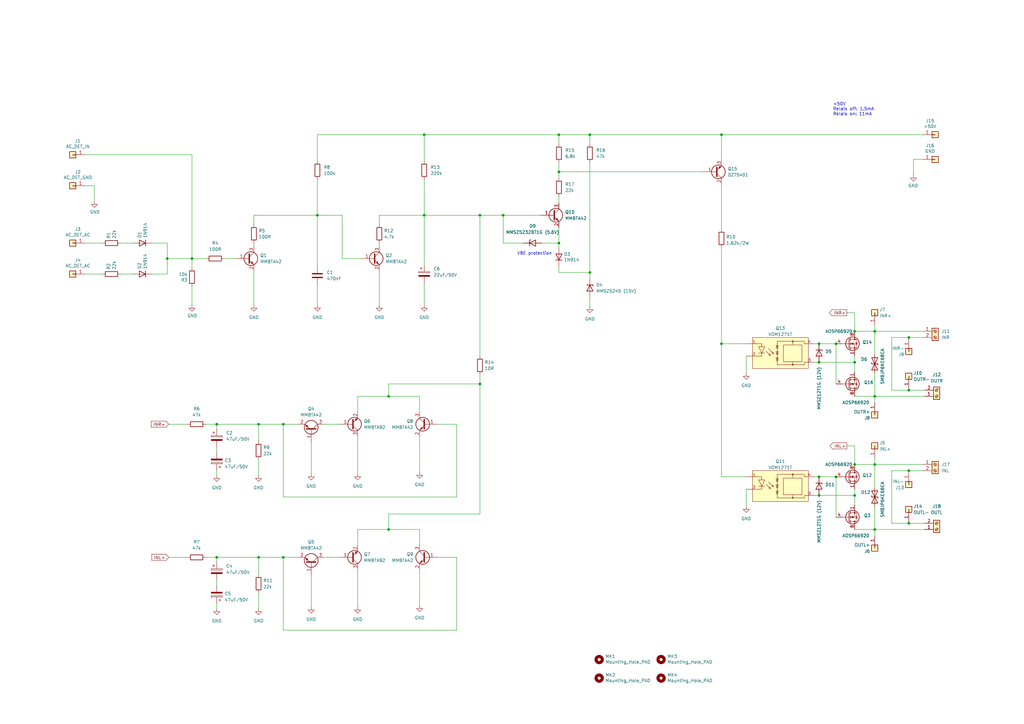
<source format=kicad_sch>
(kicad_sch (version 20230121) (generator eeschema)
  (paper "A3")
  (title_block (title "LS protection solid state relais") (date "2023-03-05") (rev "V4"))
  (lib_symbols
    (symbol "Connector:Screw_Terminal_01x02" (pin_names (offset 1.016) hide)
      (property "Reference" "J" (at 0 2.54 0))
      (property "Value" "Screw_Terminal_01x02" (at 0 -5.08 0))
      (symbol "Screw_Terminal_01x02_1_1"
        (rectangle (start -1.27 1.27) (end 1.27 -3.81) (stroke (width 0.254)) (fill (type background)))
        (circle (center 0 -2.54) (radius 0.635) (stroke (width 0.1524)))
        (polyline (pts (xy -0.5334 -2.2098) (xy 0.3302 -3.048)) (stroke (width 0.1524)))
        (polyline (pts (xy -0.5334 0.3302) (xy 0.3302 -0.508)) (stroke (width 0.1524)))
        (polyline (pts (xy -0.3556 -2.032) (xy 0.508 -2.8702)) (stroke (width 0.1524)))
        (polyline (pts (xy -0.3556 0.508) (xy 0.508 -0.3302)) (stroke (width 0.1524)))
        (circle (center 0 0) (radius 0.635) (stroke (width 0.1524)))
        (pin passive line (at -5.08 0 0) (length 3.81) (name "Pin_1") (number "1"))
        (pin passive line (at -5.08 -2.54 0) (length 3.81) (name "Pin_2") (number "2"))
      )
    )
    (symbol "Connector_Generic:Conn_01x01" (pin_names (offset 1.016) hide)
      (property "Reference" "J" (at 0 2.54 0))
      (property "Value" "Conn_01x01" (at 0 -2.54 0))
      (symbol "Conn_01x01_1_1"
        (rectangle (start -1.27 0.127) (end 0 -0.127) (stroke (width 0.1524)))
        (rectangle (start -1.27 1.27) (end 1.27 -1.27) (stroke (width 0.254)) (fill (type background)))
        (pin passive line (at -5.08 0 0) (length 3.81) (name "Pin_1") (number "1"))
      )
    )
    (symbol "Device:C" (pin_numbers hide) (pin_names (offset 0.254))
      (property "Reference" "C" (at 0.635 2.54 0))
      (property "Value" "C" (at 0.635 -2.54 0))
      (symbol "C_0_1"
        (polyline (pts (xy -2.032 -0.762) (xy 2.032 -0.762)) (stroke (width 0.508)))
        (polyline (pts (xy -2.032 0.762) (xy 2.032 0.762)) (stroke (width 0.508)))
      )
      (symbol "C_1_1"
        (pin passive line (at 0 3.81 270) (length 2.794) (name "~") (number "1"))
        (pin passive line (at 0 -3.81 90) (length 2.794) (name "~") (number "2"))
      )
    )
    (symbol "Device:C_Polarized" (pin_numbers hide) (pin_names (offset 0.254))
      (property "Reference" "C" (at 0.635 2.54 0))
      (property "Value" "C_Polarized" (at 0.635 -2.54 0))
      (symbol "C_Polarized_0_1"
        (rectangle (start -2.286 0.508) (end 2.286 1.016))
        (polyline (pts (xy -1.778 2.286) (xy -0.762 2.286)))
        (polyline (pts (xy -1.27 2.794) (xy -1.27 1.778)))
        (rectangle (start 2.286 -0.508) (end -2.286 -1.016) (fill (type outline)))
      )
      (symbol "C_Polarized_1_1"
        (pin passive line (at 0 3.81 270) (length 2.794) (name "~") (number "1"))
        (pin passive line (at 0 -3.81 90) (length 2.794) (name "~") (number "2"))
      )
    )
    (symbol "Device:D_TVS" (pin_numbers hide) (pin_names (offset 1.016) hide)
      (property "Reference" "D" (at 0 2.54 0))
      (property "Value" "D_TVS" (at 0 -2.54 0))
      (symbol "D_TVS_0_1"
        (polyline (pts (xy 1.27 0) (xy -1.27 0)))
        (polyline (pts (xy 0.508 1.27) (xy 0 1.27) (xy 0 -1.27) (xy -0.508 -1.27)) (stroke (width 0.254)))
        (polyline (pts (xy -2.54 1.27) (xy -2.54 -1.27) (xy 2.54 1.27) (xy 2.54 -1.27) (xy -2.54 1.27)) (stroke (width 0.254)))
      )
      (symbol "D_TVS_1_1"
        (pin passive line (at -3.81 0 0) (length 2.54) (name "A1") (number "1"))
        (pin passive line (at 3.81 0 180) (length 2.54) (name "A2") (number "2"))
      )
    )
    (symbol "Device:R" (pin_numbers hide) (pin_names (offset 0))
      (property "Reference" "R" (at 2.032 0 90))
      (property "Value" "R" (at 0 0 90))
      (symbol "R_0_1"
        (rectangle (start -1.016 -2.54) (end 1.016 2.54) (stroke (width 0.254)))
      )
      (symbol "R_1_1"
        (pin passive line (at 0 3.81 270) (length 1.27) (name "~") (number "1"))
        (pin passive line (at 0 -3.81 90) (length 1.27) (name "~") (number "2"))
      )
    )
    (symbol "Diode:1N4148" (pin_numbers hide) (pin_names (offset 1.016) hide)
      (property "Reference" "D" (at 0 2.54 0))
      (property "Value" "1N4148" (at 0 -2.54 0))
      (symbol "1N4148_0_1"
        (polyline (pts (xy -1.27 1.27) (xy -1.27 -1.27)) (stroke (width 0.254)))
        (polyline (pts (xy 1.27 0) (xy -1.27 0)))
        (polyline (pts (xy 1.27 1.27) (xy 1.27 -1.27) (xy -1.27 0) (xy 1.27 1.27)) (stroke (width 0.254)))
      )
      (symbol "1N4148_1_1"
        (pin passive line (at -3.81 0 0) (length 2.54) (name "K") (number "1"))
        (pin passive line (at 3.81 0 180) (length 2.54) (name "A") (number "2"))
      )
    )
    (symbol "Diode:1N47xxA" (pin_numbers hide) (pin_names (offset 1.016) hide)
      (property "Reference" "D" (at 0 2.54 0))
      (property "Value" "1N47xxA" (at 0 -2.54 0))
      (symbol "1N47xxA_0_1"
        (polyline (pts (xy 1.27 0) (xy -1.27 0)))
        (polyline (pts (xy -1.27 -1.27) (xy -1.27 1.27) (xy -0.762 1.27)) (stroke (width 0.254)))
        (polyline (pts (xy 1.27 -1.27) (xy 1.27 1.27) (xy -1.27 0) (xy 1.27 -1.27)) (stroke (width 0.254)))
      )
      (symbol "1N47xxA_1_1"
        (pin passive line (at -3.81 0 0) (length 2.54) (name "K") (number "1"))
        (pin passive line (at 3.81 0 180) (length 2.54) (name "A") (number "2"))
      )
    )
    (symbol "Mechanical:MountingHole" (pin_names (offset 1.016))
      (property "Reference" "H" (at 0 5.08 0))
      (property "Value" "MountingHole" (at 0 3.175 0))
      (symbol "MountingHole_0_1"
        (circle (center 0 0) (radius 1.27) (stroke (width 1.27)))
      )
    )
    (symbol "Transistor_BJT:MMBTA42" (pin_names (offset 0) hide)
      (property "Reference" "Q" (at 5.08 1.905 0))
      (property "Value" "MMBTA42" (at 5.08 0 0))
      (symbol "MMBTA42_0_1"
        (polyline (pts (xy 0 0) (xy 0.635 0)))
        (polyline (pts (xy 0.635 0.635) (xy 2.54 2.54)))
        (polyline (pts (xy 0.635 -0.635) (xy 2.54 -2.54) (xy 2.54 -2.54)))
        (polyline (pts (xy 0.635 1.905) (xy 0.635 -1.905) (xy 0.635 -1.905)) (stroke (width 0.508)))
        (polyline (pts (xy 1.27 -1.778) (xy 1.778 -1.27) (xy 2.286 -2.286) (xy 1.27 -1.778) (xy 1.27 -1.778)) (fill (type outline)))
        (circle (center 1.27 0) (radius 2.8194) (stroke (width 0.254)))
      )
      (symbol "MMBTA42_1_1"
        (pin input line (at -5.08 0 0) (length 5.08) (name "B") (number "1"))
        (pin passive line (at 2.54 -5.08 90) (length 2.54) (name "E") (number "2"))
        (pin passive line (at 2.54 5.08 270) (length 2.54) (name "C") (number "3"))
      )
    )
    (symbol "Transistor_BJT:MMBTA92" (pin_names (offset 0) hide)
      (property "Reference" "Q" (at 5.08 1.905 0))
      (property "Value" "MMBTA92" (at 5.08 0 0))
      (symbol "MMBTA92_0_1"
        (polyline (pts (xy 0 0) (xy 0.635 0)))
        (polyline (pts (xy 2.54 -2.54) (xy 0.635 -0.635)))
        (polyline (pts (xy 2.54 2.54) (xy 0.635 0.635)))
        (polyline (pts (xy 0.635 1.905) (xy 0.635 -1.905) (xy 0.635 -1.905)) (stroke (width 0.508)) (fill (type outline)))
        (polyline (pts (xy 1.905 -2.413) (xy 2.413 -1.905) (xy 1.397 -1.397) (xy 1.905 -2.413) (xy 1.905 -2.413)) (fill (type outline)))
        (circle (center 1.27 0) (radius 2.8194) (stroke (width 0.254)))
      )
      (symbol "MMBTA92_1_1"
        (pin input line (at -5.08 0 0) (length 5.08) (name "B") (number "1"))
        (pin passive line (at 2.54 -5.08 90) (length 2.54) (name "E") (number "2"))
        (pin passive line (at 2.54 5.08 270) (length 2.54) (name "C") (number "3"))
      )
    )
    (symbol "Transistor_FET:IRF7403" (pin_names hide)
      (property "Reference" "Q" (at 5.08 2.54 0))
      (property "Value" "IRF7403" (at 5.08 0 0))
      (symbol "IRF7403_0_1"
        (polyline (pts (xy 0.254 0) (xy -2.54 0)))
        (polyline (pts (xy 0.254 1.905) (xy 0.254 -1.905)) (stroke (width 0.254)))
        (polyline (pts (xy 0.762 -1.27) (xy 0.762 -2.286)) (stroke (width 0.254)))
        (polyline (pts (xy 0.762 0.508) (xy 0.762 -0.508)) (stroke (width 0.254)))
        (polyline (pts (xy 0.762 2.286) (xy 0.762 1.27)) (stroke (width 0.254)))
        (polyline (pts (xy 2.54 2.54) (xy 2.54 1.778)))
        (polyline (pts (xy 2.54 -2.54) (xy 2.54 0) (xy 0.762 0)))
        (polyline (pts (xy 0.762 -1.778) (xy 3.302 -1.778) (xy 3.302 1.778) (xy 0.762 1.778)))
        (polyline (pts (xy 1.016 0) (xy 2.032 0.381) (xy 2.032 -0.381) (xy 1.016 0)) (fill (type outline)))
        (polyline (pts (xy 2.794 0.508) (xy 2.921 0.381) (xy 3.683 0.381) (xy 3.81 0.254)))
        (polyline (pts (xy 3.302 0.381) (xy 2.921 -0.254) (xy 3.683 -0.254) (xy 3.302 0.381)))
        (circle (center 1.651 0) (radius 2.794) (stroke (width 0.254)))
        (circle (center 2.54 -1.778) (radius 0.254) (fill (type outline)))
        (circle (center 2.54 1.778) (radius 0.254) (fill (type outline)))
      )
      (symbol "IRF7403_1_1"
        (pin passive line (at 2.54 -5.08 90) (length 2.54) (name "S") (number "1"))
        (pin passive line (at 2.54 -5.08 90) (length 2.54) hide (name "S") (number "2"))
        (pin passive line (at 2.54 -5.08 90) (length 2.54) hide (name "S") (number "3"))
        (pin input line (at -5.08 0 0) (length 2.54) (name "G") (number "4"))
        (pin passive line (at 2.54 5.08 270) (length 2.54) hide (name "D") (number "5"))
        (pin passive line (at 2.54 5.08 270) (length 2.54) hide (name "D") (number "6"))
        (pin passive line (at 2.54 5.08 270) (length 2.54) hide (name "D") (number "7"))
        (pin passive line (at 2.54 5.08 270) (length 2.54) (name "D") (number "8"))
      )
    )
    (symbol "kicad-snk:DZT5401" (pin_names (offset 0) hide)
      (property "Reference" "Q" (at 5.08 1.905 0))
      (property "Value" "DZT5401" (at 5.08 0 0))
      (symbol "DZT5401_0_1"
        (polyline (pts (xy 0.635 0.635) (xy 2.54 2.54)))
        (polyline (pts (xy 0.635 -0.635) (xy 2.54 -2.54) (xy 2.54 -2.54)))
        (polyline (pts (xy 0.635 1.905) (xy 0.635 -1.905) (xy 0.635 -1.905)) (stroke (width 0.508)))
        (polyline (pts (xy 2.286 -1.778) (xy 1.778 -2.286) (xy 1.27 -1.27) (xy 2.286 -1.778) (xy 2.286 -1.778)) (fill (type outline)))
        (circle (center 1.27 0) (radius 2.8194) (stroke (width 0.254)))
      )
      (symbol "DZT5401_1_1"
        (pin input line (at -5.08 0 0) (length 5.715) (name "B") (number "1"))
        (pin passive line (at 2.54 5.08 270) (length 2.54) (name "C") (number "2"))
        (pin passive line (at 2.54 -5.08 90) (length 2.54) (name "E") (number "3"))
      )
    )
    (symbol "kicad-snk:VOM1271T" (pin_names (offset 1.016))
      (property "Reference" "Q" (at 0 5.08 0))
      (property "Value" "VOM1271T" (at 0 7.62 0))
      (symbol "VOM1271T_1_1"
        (polyline (pts (xy 7.62 -3.81) (xy 10.16 -3.81)))
        (polyline (pts (xy 7.62 -1.27) (xy 8.89 -3.81)))
        (polyline (pts (xy 7.62 -1.27) (xy 10.16 -1.27)))
        (polyline (pts (xy 8.89 -5.08) (xy 8.89 -3.81)))
        (polyline (pts (xy 8.89 -3.81) (xy 10.16 -1.27)))
        (polyline (pts (xy 8.89 0) (xy 8.89 -1.27)))
        (polyline (pts (xy 10.668 -3.048) (xy 12.446 -4.826)))
        (polyline (pts (xy 11.684 -2.032) (xy 13.716 -4.064)))
        (polyline (pts (xy 12.446 -4.826) (xy 11.684 -4.572)))
        (polyline (pts (xy 12.446 -4.826) (xy 12.192 -4.064)))
        (polyline (pts (xy 13.716 -4.064) (xy 12.954 -3.81)))
        (polyline (pts (xy 13.716 -4.064) (xy 13.462 -3.302)))
        (polyline (pts (xy 14.732 -6.858) (xy 15.748 -6.858)))
        (polyline (pts (xy 14.732 -5.842) (xy 15.748 -5.842)))
        (polyline (pts (xy 14.732 -4.318) (xy 15.748 -4.318)))
        (polyline (pts (xy 14.732 -3.302) (xy 15.24 -4.318)))
        (polyline (pts (xy 14.732 -3.302) (xy 15.748 -3.302)))
        (polyline (pts (xy 14.732 -1.778) (xy 15.748 -1.778)))
        (polyline (pts (xy 14.732 -0.762) (xy 15.748 -0.762)))
        (polyline (pts (xy 15.24 -8.636) (xy 15.24 1.016)))
        (polyline (pts (xy 15.24 -8.636) (xy 26.416 -8.636)))
        (polyline (pts (xy 15.24 -6.858) (xy 14.732 -5.842)))
        (polyline (pts (xy 15.24 -4.318) (xy 15.748 -3.302)))
        (polyline (pts (xy 15.24 -1.778) (xy 14.732 -0.762)))
        (polyline (pts (xy 15.24 1.016) (xy 26.416 1.016)))
        (polyline (pts (xy 15.748 -5.842) (xy 15.24 -6.858)))
        (polyline (pts (xy 15.748 -0.762) (xy 15.24 -1.778)))
        (polyline (pts (xy 21.59 -8.636) (xy 21.59 -7.62)))
        (polyline (pts (xy 21.59 1.016) (xy 21.59 -0.254)))
        (polyline (pts (xy 26.416 -8.636) (xy 26.416 -7.62)))
        (polyline (pts (xy 26.416 0) (xy 26.416 0.762)))
        (rectangle (start 5.08 2.54) (end 27.94 -10.16) (fill (type background)))
        (rectangle (start 17.78 -0.508) (end 25.4 -7.366) (fill (type background)))
        (circle (center 21.59 -8.636) (radius 0.254))
        (circle (center 21.59 1.016) (radius 0.254))
        (pin passive line (at 2.54 0 0) (length 6.35) (name "ANODE") (number "1"))
        (pin passive line (at 2.54 -5.08 0) (length 6.35) (name "CATHODE") (number "2"))
        (pin passive line (at 30.48 -7.62 180) (length 4.064) (name "3") (number "3"))
        (pin passive line (at 30.48 0 180) (length 4.064) (name "4") (number "4"))
      )
    )
    (symbol "power:GND" (power) (pin_names (offset 0))
      (property "Value" "GND" (at 0 -3.81 0))
      (symbol "GND_0_1"
        (polyline (pts (xy 0 0) (xy 0 -1.27) (xy 1.27 -1.27) (xy 0 -2.54) (xy -1.27 -1.27) (xy 0 -1.27)))
      )
      (symbol "GND_1_1"
        (pin power_in line (at 0 0 270) (length 0) hide (name "GND") (number "1"))
      )
    )
  )
  (junction (at 335.915 195.58))
  (junction (at 68.58 106.045))
  (junction (at 173.99 88.265))
  (junction (at 295.91 55.245))
  (junction (at 88.9 228.6))
  (junction (at 130.175 88.265))
  (junction (at 196.85 88.265))
  (junction (at 342.9 195.58))
  (junction (at 241.935 111.76))
  (junction (at 342.9 140.97))
  (junction (at 106.045 173.99))
  (junction (at 116.205 228.6))
  (junction (at 335.915 203.2))
  (junction (at 106.045 228.6))
  (junction (at 350.52 135.89))
  (junction (at 335.915 148.59))
  (junction (at 206.375 88.265))
  (junction (at 78.74 106.045))
  (junction (at 358.775 217.17))
  (junction (at 350.52 190.5))
  (junction (at 358.775 190.5))
  (junction (at 196.85 157.48))
  (junction (at 372.745 214.63))
  (junction (at 159.385 162.56))
  (junction (at 229.235 70.485))
  (junction (at 372.745 160.02))
  (junction (at 116.205 173.99))
  (junction (at 229.235 55.245))
  (junction (at 295.91 140.97))
  (junction (at 358.775 135.89))
  (junction (at 350.52 148.59))
  (junction (at 229.235 99.695))
  (junction (at 159.385 217.17))
  (junction (at 241.935 55.245))
  (junction (at 88.9 173.99))
  (junction (at 335.915 140.97))
  (junction (at 372.745 193.04))
  (junction (at 350.52 203.2))
  (junction (at 173.99 55.245))
  (junction (at 358.775 162.56))
  (junction (at 372.745 138.43))
  (wire (pts (xy 342.9 140.97) (xy 342.9 157.48)))
  (wire (pts (xy 116.205 203.835) (xy 187.325 203.835)))
  (wire (pts (xy 295.91 55.245) (xy 295.91 65.405)))
  (wire (pts (xy 196.85 210.82) (xy 196.85 157.48)))
  (wire (pts (xy 335.915 148.59) (xy 350.52 148.59)))
  (wire (pts (xy 295.91 55.245) (xy 378.46 55.245)))
  (wire (pts (xy 104.14 111.125) (xy 104.14 125.095)))
  (wire (pts (xy 229.235 70.485) (xy 288.29 70.485)))
  (wire (pts (xy 104.14 99.695) (xy 104.14 100.965)))
  (wire (pts (xy 132.715 228.6) (xy 139.065 228.6)))
  (wire (pts (xy 334.01 195.58) (xy 335.915 195.58)))
  (wire (pts (xy 92.075 106.045) (xy 96.52 106.045)))
  (wire (pts (xy 173.99 116.205) (xy 173.99 125.095)))
  (wire (pts (xy 88.9 228.6) (xy 88.9 230.505)))
  (wire (pts (xy 372.745 193.04) (xy 372.745 193.675)))
  (wire (pts (xy 358.775 217.17) (xy 379.095 217.17)))
  (wire (pts (xy 187.325 258.445) (xy 187.325 228.6)))
  (wire (pts (xy 159.385 157.48) (xy 159.385 162.56)))
  (wire (pts (xy 350.52 135.89) (xy 358.775 135.89)))
  (wire (pts (xy 372.745 159.385) (xy 372.745 160.02)))
  (wire (pts (xy 78.74 117.475) (xy 78.74 125.095)))
  (wire (pts (xy 358.775 145.415) (xy 358.775 135.89)))
  (wire (pts (xy 106.045 243.205) (xy 106.045 249.555)))
  (wire (pts (xy 196.85 157.48) (xy 159.385 157.48)))
  (wire (pts (xy 374.65 65.405) (xy 378.46 65.405)))
  (wire (pts (xy 229.235 93.345) (xy 229.235 99.695)))
  (wire (pts (xy 140.335 106.045) (xy 147.955 106.045)))
  (wire (pts (xy 335.915 140.97) (xy 342.9 140.97)))
  (wire (pts (xy 229.235 111.76) (xy 241.935 111.76)))
  (wire (pts (xy 127.635 181.61) (xy 127.635 194.31)))
  (wire (pts (xy 172.085 217.17) (xy 172.085 223.52)))
  (wire (pts (xy 88.9 173.99) (xy 106.045 173.99)))
  (wire (pts (xy 88.9 183.515) (xy 88.9 185.42)))
  (wire (pts (xy 140.335 88.265) (xy 140.335 106.045)))
  (wire (pts (xy 295.91 140.97) (xy 295.91 195.58)))
  (wire (pts (xy 38.735 76.2) (xy 34.925 76.2)))
  (wire (pts (xy 78.74 63.5) (xy 34.925 63.5)))
  (wire (pts (xy 173.99 88.265) (xy 155.575 88.265)))
  (wire (pts (xy 62.23 112.395) (xy 68.58 112.395)))
  (wire (pts (xy 241.935 121.92) (xy 241.935 125.73)))
  (wire (pts (xy 365.76 193.04) (xy 365.76 214.63)))
  (wire (pts (xy 334.01 203.2) (xy 335.915 203.2)))
  (wire (pts (xy 378.46 193.04) (xy 372.745 193.04)))
  (wire (pts (xy 378.46 138.43) (xy 372.745 138.43)))
  (wire (pts (xy 306.07 146.05) (xy 306.07 153.035)))
  (wire (pts (xy 116.205 228.6) (xy 116.205 258.445)))
  (wire (pts (xy 78.74 106.045) (xy 84.455 106.045)))
  (wire (pts (xy 49.53 99.695) (xy 54.61 99.695)))
  (wire (pts (xy 206.375 88.265) (xy 221.615 88.265)))
  (wire (pts (xy 347.345 182.88) (xy 350.52 182.88)))
  (wire (pts (xy 106.045 188.595) (xy 106.045 194.945)))
  (wire (pts (xy 358.775 190.5) (xy 378.46 190.5)))
  (wire (pts (xy 127.635 236.22) (xy 127.635 248.92)))
  (wire (pts (xy 350.52 200.66) (xy 350.52 203.2)))
  (wire (pts (xy 295.91 195.58) (xy 306.07 195.58)))
  (wire (pts (xy 241.935 111.76) (xy 241.935 114.3)))
  (wire (pts (xy 229.235 109.22) (xy 229.235 111.76)))
  (wire (pts (xy 295.91 101.6) (xy 295.91 140.97)))
  (wire (pts (xy 372.745 160.02) (xy 379.095 160.02)))
  (wire (pts (xy 155.575 88.265) (xy 155.575 92.075)))
  (wire (pts (xy 34.925 99.695) (xy 41.91 99.695)))
  (wire (pts (xy 173.99 55.245) (xy 130.175 55.245)))
  (wire (pts (xy 34.925 112.395) (xy 41.91 112.395)))
  (wire (pts (xy 68.58 106.045) (xy 68.58 112.395)))
  (wire (pts (xy 229.235 66.675) (xy 229.235 70.485)))
  (wire (pts (xy 49.53 112.395) (xy 54.61 112.395)))
  (wire (pts (xy 155.575 99.695) (xy 155.575 100.965)))
  (wire (pts (xy 106.045 228.6) (xy 116.205 228.6)))
  (wire (pts (xy 116.205 258.445) (xy 187.325 258.445)))
  (wire (pts (xy 173.99 73.66) (xy 173.99 88.265)))
  (wire (pts (xy 104.14 88.265) (xy 104.14 92.075)))
  (wire (pts (xy 196.85 88.265) (xy 196.85 146.05)))
  (wire (pts (xy 130.175 88.265) (xy 140.335 88.265)))
  (wire (pts (xy 295.91 140.97) (xy 306.07 140.97)))
  (wire (pts (xy 334.01 140.97) (xy 335.915 140.97)))
  (wire (pts (xy 350.52 217.17) (xy 358.775 217.17)))
  (wire (pts (xy 159.385 217.17) (xy 159.385 210.82)))
  (wire (pts (xy 106.045 173.99) (xy 106.045 180.975)))
  (wire (pts (xy 106.045 173.99) (xy 116.205 173.99)))
  (wire (pts (xy 116.205 173.99) (xy 122.555 173.99)))
  (wire (pts (xy 104.14 88.265) (xy 130.175 88.265)))
  (wire (pts (xy 358.775 207.645) (xy 358.775 217.17)))
  (wire (pts (xy 78.74 106.045) (xy 78.74 109.855)))
  (wire (pts (xy 187.325 228.6) (xy 179.705 228.6)))
  (wire (pts (xy 130.175 73.66) (xy 130.175 88.265)))
  (wire (pts (xy 358.775 187.96) (xy 358.775 190.5)))
  (wire (pts (xy 358.775 217.17) (xy 358.775 219.71)))
  (wire (pts (xy 241.935 55.245) (xy 241.935 59.055)))
  (wire (pts (xy 146.685 179.07) (xy 146.685 194.31)))
  (wire (pts (xy 347.345 128.27) (xy 350.52 128.27)))
  (wire (pts (xy 173.99 55.245) (xy 229.235 55.245)))
  (wire (pts (xy 106.045 228.6) (xy 106.045 235.585)))
  (wire (pts (xy 350.52 182.88) (xy 350.52 190.5)))
  (wire (pts (xy 334.01 148.59) (xy 335.915 148.59)))
  (wire (pts (xy 342.9 195.58) (xy 342.9 212.09)))
  (wire (pts (xy 173.99 55.245) (xy 173.99 66.04)))
  (wire (pts (xy 130.175 55.245) (xy 130.175 66.04)))
  (wire (pts (xy 130.175 88.265) (xy 130.175 109.22)))
  (wire (pts (xy 172.085 179.07) (xy 172.085 193.675)))
  (wire (pts (xy 68.58 99.695) (xy 62.23 99.695)))
  (wire (pts (xy 350.52 148.59) (xy 350.52 152.4)))
  (wire (pts (xy 358.775 153.035) (xy 358.775 162.56)))
  (wire (pts (xy 222.25 99.695) (xy 229.235 99.695)))
  (wire (pts (xy 173.99 88.265) (xy 196.85 88.265)))
  (wire (pts (xy 159.385 162.56) (xy 172.085 162.56)))
  (wire (pts (xy 88.9 173.99) (xy 88.9 175.895)))
  (wire (pts (xy 68.58 106.045) (xy 78.74 106.045)))
  (wire (pts (xy 350.52 146.05) (xy 350.52 148.59)))
  (wire (pts (xy 88.9 228.6) (xy 106.045 228.6)))
  (wire (pts (xy 229.235 99.695) (xy 229.235 101.6)))
  (wire (pts (xy 229.235 55.245) (xy 229.235 59.055)))
  (wire (pts (xy 350.52 128.27) (xy 350.52 135.89)))
  (wire (pts (xy 38.735 82.55) (xy 38.735 76.2)))
  (wire (pts (xy 187.325 203.835) (xy 187.325 173.99)))
  (wire (pts (xy 116.205 173.99) (xy 116.205 203.835)))
  (wire (pts (xy 229.235 70.485) (xy 229.235 73.025)))
  (wire (pts (xy 146.685 162.56) (xy 159.385 162.56)))
  (wire (pts (xy 88.9 193.04) (xy 88.9 194.945)))
  (wire (pts (xy 241.935 66.675) (xy 241.935 111.76)))
  (wire (pts (xy 88.9 238.125) (xy 88.9 240.03)))
  (wire (pts (xy 372.745 193.04) (xy 365.76 193.04)))
  (wire (pts (xy 372.745 213.995) (xy 372.745 214.63)))
  (wire (pts (xy 172.085 233.68) (xy 172.085 248.285)))
  (wire (pts (xy 146.685 217.17) (xy 159.385 217.17)))
  (wire (pts (xy 88.9 247.65) (xy 88.9 249.555)))
  (wire (pts (xy 365.76 160.02) (xy 372.745 160.02)))
  (wire (pts (xy 335.915 195.58) (xy 342.9 195.58)))
  (wire (pts (xy 196.85 153.67) (xy 196.85 157.48)))
  (wire (pts (xy 187.325 173.99) (xy 179.705 173.99)))
  (wire (pts (xy 335.915 203.2) (xy 350.52 203.2)))
  (wire (pts (xy 132.715 173.99) (xy 139.065 173.99)))
  (wire (pts (xy 350.52 162.56) (xy 358.775 162.56)))
  (wire (pts (xy 68.58 106.045) (xy 68.58 99.695)))
  (wire (pts (xy 69.215 173.99) (xy 76.835 173.99)))
  (wire (pts (xy 358.775 133.35) (xy 358.775 135.89)))
  (wire (pts (xy 372.745 214.63) (xy 379.095 214.63)))
  (wire (pts (xy 146.685 223.52) (xy 146.685 217.17)))
  (wire (pts (xy 206.375 99.695) (xy 206.375 88.265)))
  (wire (pts (xy 172.085 162.56) (xy 172.085 168.91)))
  (wire (pts (xy 358.775 200.025) (xy 358.775 190.5)))
  (wire (pts (xy 78.74 106.045) (xy 78.74 63.5)))
  (wire (pts (xy 196.85 88.265) (xy 206.375 88.265)))
  (wire (pts (xy 159.385 217.17) (xy 172.085 217.17)))
  (wire (pts (xy 84.455 228.6) (xy 88.9 228.6)))
  (wire (pts (xy 173.99 88.265) (xy 173.99 108.585)))
  (wire (pts (xy 358.775 135.89) (xy 378.46 135.89)))
  (wire (pts (xy 146.685 168.91) (xy 146.685 162.56)))
  (wire (pts (xy 229.235 80.645) (xy 229.235 83.185)))
  (wire (pts (xy 69.215 228.6) (xy 76.835 228.6)))
  (wire (pts (xy 84.455 173.99) (xy 88.9 173.99)))
  (wire (pts (xy 372.745 138.43) (xy 365.76 138.43)))
  (wire (pts (xy 358.775 162.56) (xy 358.775 165.1)))
  (wire (pts (xy 155.575 111.125) (xy 155.575 125.095)))
  (wire (pts (xy 365.76 138.43) (xy 365.76 160.02)))
  (wire (pts (xy 365.76 214.63) (xy 372.745 214.63)))
  (wire (pts (xy 130.175 116.84) (xy 130.175 125.095)))
  (wire (pts (xy 159.385 210.82) (xy 196.85 210.82)))
  (wire (pts (xy 146.685 233.68) (xy 146.685 248.92)))
  (wire (pts (xy 241.935 55.245) (xy 295.91 55.245)))
  (wire (pts (xy 372.745 138.43) (xy 372.745 139.065)))
  (wire (pts (xy 350.52 203.2) (xy 350.52 207.01)))
  (wire (pts (xy 295.91 75.565) (xy 295.91 93.98)))
  (wire (pts (xy 374.65 71.755) (xy 374.65 65.405)))
  (wire (pts (xy 214.63 99.695) (xy 206.375 99.695)))
  (wire (pts (xy 229.235 55.245) (xy 241.935 55.245)))
  (wire (pts (xy 350.52 190.5) (xy 358.775 190.5)))
  (wire (pts (xy 306.07 200.66) (xy 306.07 207.645)))
  (wire (pts (xy 116.205 228.6) (xy 122.555 228.6)))
  (wire (pts (xy 358.775 162.56) (xy 379.095 162.56)))
  (text "+50V\nRelais off: 1.5mA\nRelais on: 11mA" (at 341.63 47.625 0) (effects (font (size 1.27 1.27)) (justify left bottom)))
  (text "VBE protection" (at 212.09 104.775 0) (effects (font (size 1.27 1.27)) (justify left bottom)))
  (global_label "INL+" (shape output) (at 347.345 182.88 180) (property "Intersheetrefs" "${INTERSHEET_REFS}" (effects hide)))
  (global_label "INL+" (shape input) (at 69.215 228.6 180) (property "Intersheetrefs" "${INTERSHEET_REFS}" (effects hide)))
  (global_label "INR+" (shape output) (at 347.345 128.27 180) (property "Intersheetrefs" "${INTERSHEET_REFS}" (effects hide)))
  (global_label "INR+" (shape input) (at 69.215 173.99 180) (property "Intersheetrefs" "${INTERSHEET_REFS}" (effects hide)))
  (symbol (lib_id "power:GND") (at 374.65 71.755 0) (mirror y) (unit 1)
    (property "Reference" "#PWR0101" (effects hide))
    (property "Value" "GND" (at 374.523 76.1492 0))
  )
  (symbol (lib_id "Diode:1N47xxA") (at 335.915 144.78 270) (unit 1)
    (property "Reference" "D5" (at 338.455 144.145 90) (effects (justify left)))
    (property "Value" "MMSZ12T1G (12V)" (at 335.915 150.495 0) (effects (justify left)))
    (property "Footprint" "Diode_SMD:D_SOD-123" (effects hide))
  )
  (symbol (lib_id "power:GND") (at 306.07 207.645 0) (unit 1)
    (property "Reference" "#PWR0102" (effects hide))
    (property "Value" "GND" (at 306.07 212.725 0))
  )
  (symbol (lib_id "power:GND") (at 146.685 248.92 0) (unit 1)
    (property "Reference" "#PWR0110" (effects hide))
    (property "Value" "GND" (at 146.685 254 0))
  )
  (symbol (lib_id "Connector_Generic:Conn_01x01") (at 358.775 128.27 90) (unit 1)
    (property "Reference" "J7" (at 360.68 127 90) (effects (justify right)))
    (property "Value" "INR+" (at 360.68 129.54 90) (effects (justify right)))
    (property "Footprint" "kicad-snk:TE-726386-2_Pitch5.08mm_Drill1.3mm" (effects hide))
  )
  (symbol (lib_id "Device:R") (at 104.14 95.885 0) (unit 1)
    (property "Reference" "R5" (at 106.045 94.6149 0) (effects (justify left)))
    (property "Value" "100R" (at 106.045 97.1549 0) (effects (justify left)))
    (property "Footprint" "Resistor_SMD:R_0805_2012Metric_Pad1.20x1.40mm_HandSolder" (effects hide))
  )
  (symbol (lib_id "Transistor_FET:IRF7403") (at 347.98 195.58 0) (unit 1)
    (property "Reference" "Q12" (at 353.695 194.945 0) (effects (justify left)))
    (property "Value" "AOSP66920" (at 338.455 190.5 0) (effects (justify left)))
    (property "Footprint" "Package_SO:SOIC-8_3.9x4.9mm_P1.27mm" (effects hide))
    (property "Datasheet" "https://www.infineon.com/dgdl/irf7403pbf.pdf?fileId=5546d462533600a4015355fa23541b9c" (effects hide))
  )
  (symbol (lib_id "Transistor_BJT:MMBTA42") (at 174.625 228.6 0) (mirror y) (unit 1)
    (property "Reference" "Q9" (at 169.545 227.3299 0) (effects (justify left)))
    (property "Value" "MMBTA42" (at 169.545 229.8699 0) (effects (justify left)))
    (property "Footprint" "Package_TO_SOT_SMD:SOT-23" (effects hide))
    (property "Datasheet" "https://www.onsemi.com/pub/Collateral/MMBTA42LT1-D.PDF" (effects hide))
  )
  (symbol (lib_id "Transistor_BJT:MMBTA42") (at 101.6 106.045 0) (unit 1)
    (property "Reference" "Q1" (at 106.68 104.7749 0) (effects (justify left)))
    (property "Value" "MMBTA42" (at 106.68 107.3149 0) (effects (justify left)))
    (property "Footprint" "Package_TO_SOT_SMD:SOT-23" (effects hide))
    (property "Datasheet" "https://www.onsemi.com/pub/Collateral/MMBTA42LT1-D.PDF" (effects hide))
  )
  (symbol (lib_id "Transistor_BJT:MMBTA42") (at 153.035 106.045 0) (unit 1)
    (property "Reference" "Q2" (at 158.115 104.7749 0) (effects (justify left)))
    (property "Value" "MMBTA42" (at 158.115 107.3149 0) (effects (justify left)))
    (property "Footprint" "Package_TO_SOT_SMD:SOT-23" (effects hide))
    (property "Datasheet" "https://www.onsemi.com/pub/Collateral/MMBTA42LT1-D.PDF" (effects hide))
  )
  (symbol (lib_id "Connector_Generic:Conn_01x01") (at 358.775 170.18 270) (unit 1)
    (property "Reference" "J8" (at 356.87 171.45 90) (effects (justify right)))
    (property "Value" "OUTR+" (at 356.87 168.91 90) (effects (justify right)))
    (property "Footprint" "kicad-snk:TE-726386-2_Pitch5.08mm_Drill1.3mm" (effects hide))
  )
  (symbol (lib_id "Mechanical:MountingHole") (at 271.145 278.13 0) (unit 1)
    (property "Reference" "MK4" (at 273.685 276.8346 0) (effects (justify left)))
    (property "Value" "Mounting_Hole_PAD" (at 273.685 279.146 0) (effects (justify left)))
    (property "Footprint" "MountingHole:MountingHole_3.2mm_M3_Pad_Via" (effects hide))
  )
  (symbol (lib_id "Mechanical:MountingHole") (at 245.745 278.13 0) (unit 1)
    (property "Reference" "MK2" (at 248.285 276.8346 0) (effects (justify left)))
    (property "Value" "Mounting_Hole_PAD" (at 248.285 279.146 0) (effects (justify left)))
    (property "Footprint" "MountingHole:MountingHole_3.2mm_M3_Pad_Via" (effects hide))
  )
  (symbol (lib_id "Connector:Screw_Terminal_01x02") (at 383.54 135.89 0) (unit 1)
    (property "Reference" "J11" (at 386.08 135.8899 0) (effects (justify left)))
    (property "Value" "INR" (at 386.08 138.4299 0) (effects (justify left)))
    (property "Footprint" "TerminalBlock_RND:TerminalBlock_RND_205-00012_1x02_P5.00mm_Horizontal" (effects hide))
  )
  (symbol (lib_id "Diode:1N4148") (at 229.235 105.41 90) (unit 1)
    (property "Reference" "D3" (at 231.267 104.2416 90) (effects (justify right)))
    (property "Value" "1N914" (at 231.267 106.553 90) (effects (justify right)))
    (property "Footprint" "Diode_SMD:D_SOD-123" (effects hide))
    (property "Datasheet" "https://assets.nexperia.com/documents/data-sheet/1N4148_1N4448.pdf" (effects hide))
  )
  (symbol (lib_id "Connector_Generic:Conn_01x01") (at 29.845 63.5 180) (unit 1)
    (property "Reference" "J1" (at 31.9278 57.785 0))
    (property "Value" "AC_DET_IN" (at 31.9278 60.0964 0))
    (property "Footprint" "Connector_Pin:Pin_D1.0mm_L10.0mm" (effects hide))
  )
  (symbol (lib_id "Device:R") (at 45.72 112.395 90) (unit 1)
    (property "Reference" "R2" (at 44.5516 110.617 0) (effects (justify left)))
    (property "Value" "22k" (at 46.863 110.617 0) (effects (justify left)))
    (property "Footprint" "Resistor_SMD:R_0805_2012Metric_Pad1.20x1.40mm_HandSolder" (effects hide))
  )
  (symbol (lib_id "Device:C_Polarized") (at 88.9 189.23 180) (unit 1)
    (property "Reference" "C3" (at 92.075 188.8489 0) (effects (justify right)))
    (property "Value" "47uF/50V" (at 92.075 191.3889 0) (effects (justify right)))
    (property "Footprint" "Capacitor_THT:CP_Radial_D6.3mm_P2.50mm" (effects hide))
  )
  (symbol (lib_id "Connector_Generic:Conn_01x01") (at 29.845 112.395 180) (unit 1)
    (property "Reference" "J4" (at 31.9278 106.68 0))
    (property "Value" "AC_DET_AC" (at 31.9278 108.9914 0))
    (property "Footprint" "Connector_Pin:Pin_D1.0mm_L10.0mm" (effects hide))
  )
  (symbol (lib_id "Transistor_FET:IRF7403") (at 347.98 157.48 0) (mirror x) (unit 1)
    (property "Reference" "Q16" (at 354.33 156.845 0) (effects (justify left)))
    (property "Value" "AOSP66920" (at 345.44 165.1 0) (effects (justify left)))
    (property "Footprint" "Package_SO:SOIC-8_3.9x4.9mm_P1.27mm" (effects hide))
    (property "Datasheet" "https://www.infineon.com/dgdl/irf7403pbf.pdf?fileId=5546d462533600a4015355fa23541b9c" (effects hide))
  )
  (symbol (lib_id "power:GND") (at 38.735 82.55 0) (unit 1)
    (property "Reference" "#PWR0119" (effects hide))
    (property "Value" "GND" (at 38.862 86.9442 0))
  )
  (symbol (lib_id "Connector_Generic:Conn_01x01") (at 358.775 182.88 90) (unit 1)
    (property "Reference" "J5" (at 360.68 181.61 90) (effects (justify right)))
    (property "Value" "INL+" (at 360.68 184.15 90) (effects (justify right)))
    (property "Footprint" "kicad-snk:TE-726386-2_Pitch5.08mm_Drill1.3mm" (effects hide))
  )
  (symbol (lib_id "Device:R") (at 173.99 69.85 0) (unit 1)
    (property "Reference" "R13" (at 176.53 68.5799 0) (effects (justify left)))
    (property "Value" "220k" (at 176.53 71.1199 0) (effects (justify left)))
    (property "Footprint" "Resistor_SMD:R_0805_2012Metric_Pad1.20x1.40mm_HandSolder" (effects hide))
  )
  (symbol (lib_id "power:GND") (at 127.635 248.92 0) (unit 1)
    (property "Reference" "#PWR0107" (effects hide))
    (property "Value" "GND" (at 127.635 254 0))
  )
  (symbol (lib_id "power:GND") (at 88.9 249.555 0) (unit 1)
    (property "Reference" "#PWR0108" (effects hide))
    (property "Value" "GND" (at 88.9 254.635 0))
  )
  (symbol (lib_id "kicad-snk:DZT5401") (at 293.37 70.485 0) (mirror x) (unit 1)
    (property "Reference" "Q15" (at 298.45 69.2149 0) (effects (justify left)))
    (property "Value" "DZT5401" (at 298.45 71.7549 0) (effects (justify left)))
    (property "Footprint" "Package_TO_SOT_SMD:SOT-223-3_TabPin2" (effects hide))
    (property "Datasheet" "https://www.diodes.com/assets/Datasheets/DZT5401.pdf" (effects hide))
  )
  (symbol (lib_id "Mechanical:MountingHole") (at 271.145 270.51 0) (unit 1)
    (property "Reference" "MK3" (at 273.685 269.2146 0) (effects (justify left)))
    (property "Value" "Mounting_Hole_PAD" (at 273.685 271.526 0) (effects (justify left)))
    (property "Footprint" "MountingHole:MountingHole_3.2mm_M3_Pad_Via" (effects hide))
  )
  (symbol (lib_id "Connector_Generic:Conn_01x01") (at 383.54 65.405 0) (mirror x) (unit 1)
    (property "Reference" "J16" (at 381.4572 59.69 0))
    (property "Value" "GND" (at 381.4572 62.0014 0))
    (property "Footprint" "Connector_Pin:Pin_D1.0mm_L10.0mm" (effects hide))
  )
  (symbol (lib_id "Device:C_Polarized") (at 88.9 234.315 0) (unit 1)
    (property "Reference" "C4" (at 92.71 232.1559 0) (effects (justify left)))
    (property "Value" "47uF/50V" (at 92.71 234.6959 0) (effects (justify left)))
    (property "Footprint" "Capacitor_THT:CP_Radial_D6.3mm_P2.50mm" (effects hide))
  )
  (symbol (lib_id "Transistor_BJT:MMBTA92") (at 144.145 228.6 0) (mirror x) (unit 1)
    (property "Reference" "Q7" (at 149.225 227.3299 0) (effects (justify left)))
    (property "Value" "MMBTA92" (at 149.225 229.8699 0) (effects (justify left)))
    (property "Footprint" "Package_TO_SOT_SMD:SOT-23" (effects hide))
    (property "Datasheet" "https://www.onsemi.com/pub/Collateral/MMBTA92LT1-D.PDF" (effects hide))
  )
  (symbol (lib_id "Device:C") (at 130.175 113.03 0) (unit 1)
    (property "Reference" "C1" (at 133.985 111.7599 0) (effects (justify left)))
    (property "Value" "470nF" (at 133.985 114.2999 0) (effects (justify left)))
    (property "Footprint" "Capacitor_SMD:C_1206_3216Metric_Pad1.33x1.80mm_HandSolder" (effects hide))
  )
  (symbol (lib_id "Device:C_Polarized") (at 88.9 179.705 0) (unit 1)
    (property "Reference" "C2" (at 92.71 177.5459 0) (effects (justify left)))
    (property "Value" "47uF/50V" (at 92.71 180.0859 0) (effects (justify left)))
    (property "Footprint" "Capacitor_THT:CP_Radial_D6.3mm_P2.50mm" (effects hide))
  )
  (symbol (lib_id "power:GND") (at 306.07 153.035 0) (unit 1)
    (property "Reference" "#PWR01" (effects hide))
    (property "Value" "GND" (at 306.07 158.115 0))
  )
  (symbol (lib_id "Diode:1N4148") (at 58.42 112.395 180) (unit 1)
    (property "Reference" "D2" (at 57.2516 110.363 90) (effects (justify right)))
    (property "Value" "1N914" (at 59.563 110.363 90) (effects (justify right)))
    (property "Footprint" "Diode_SMD:D_SOD-123" (effects hide))
    (property "Datasheet" "https://assets.nexperia.com/documents/data-sheet/1N4148_1N4448.pdf" (effects hide))
  )
  (symbol (lib_id "Diode:1N4148") (at 58.42 99.695 180) (unit 1)
    (property "Reference" "D1" (at 57.2516 97.663 90) (effects (justify right)))
    (property "Value" "1N914" (at 59.563 97.663 90) (effects (justify right)))
    (property "Footprint" "Diode_SMD:D_SOD-123" (effects hide))
    (property "Datasheet" "https://assets.nexperia.com/documents/data-sheet/1N4148_1N4448.pdf" (effects hide))
  )
  (symbol (lib_id "Device:R") (at 78.74 113.665 180) (unit 1)
    (property "Reference" "R3" (at 76.962 114.8334 0) (effects (justify left)))
    (property "Value" "10k" (at 76.962 112.522 0) (effects (justify left)))
    (property "Footprint" "Resistor_SMD:R_0805_2012Metric_Pad1.20x1.40mm_HandSolder" (effects hide))
  )
  (symbol (lib_id "Transistor_FET:IRF7403") (at 347.98 212.09 0) (mirror x) (unit 1)
    (property "Reference" "Q3" (at 354.33 211.455 0) (effects (justify left)))
    (property "Value" "AOSP66920" (at 345.44 219.71 0) (effects (justify left)))
    (property "Footprint" "Package_SO:SOIC-8_3.9x4.9mm_P1.27mm" (effects hide))
    (property "Datasheet" "https://www.infineon.com/dgdl/irf7403pbf.pdf?fileId=5546d462533600a4015355fa23541b9c" (effects hide))
  )
  (symbol (lib_id "Device:R") (at 80.645 228.6 90) (unit 1)
    (property "Reference" "R7" (at 80.645 222.25 90))
    (property "Value" "47k" (at 80.645 224.79 90))
    (property "Footprint" "Resistor_SMD:R_0805_2012Metric_Pad1.20x1.40mm_HandSolder" (effects hide))
  )
  (symbol (lib_id "Device:R") (at 106.045 239.395 180) (unit 1)
    (property "Reference" "R11" (at 107.95 238.1249 0) (effects (justify right)))
    (property "Value" "22k" (at 107.95 240.6649 0) (effects (justify right)))
    (property "Footprint" "Resistor_SMD:R_0805_2012Metric_Pad1.20x1.40mm_HandSolder" (effects hide))
  )
  (symbol (lib_id "Device:D_TVS") (at 358.775 149.225 90) (unit 1)
    (property "Reference" "D6" (at 353.06 147.32 90) (effects (justify right)))
    (property "Value" "SMBJP6KE68CA" (at 361.95 142.875 0) (effects (justify right)))
    (property "Footprint" "Diode_SMD:D_SMB_Handsoldering" (effects hide))
  )
  (symbol (lib_id "Connector_Generic:Conn_01x01") (at 372.745 144.145 270) (unit 1)
    (property "Reference" "J9" (at 370.84 145.415 90) (effects (justify right)))
    (property "Value" "INR-" (at 370.84 142.875 90) (effects (justify right)))
    (property "Footprint" "kicad-snk:TE-726386-2_Pitch5.08mm_Drill1.3mm" (effects hide))
  )
  (symbol (lib_id "Device:R") (at 196.85 149.86 180) (unit 1)
    (property "Reference" "R14" (at 198.755 148.5899 0) (effects (justify right)))
    (property "Value" "10R" (at 198.755 151.1299 0) (effects (justify right)))
    (property "Footprint" "Resistor_SMD:R_0805_2012Metric_Pad1.20x1.40mm_HandSolder" (effects hide))
  )
  (symbol (lib_id "Connector_Generic:Conn_01x01") (at 29.845 76.2 180) (unit 1)
    (property "Reference" "J2" (at 31.9278 70.485 0))
    (property "Value" "AC_DET_GND" (at 31.9278 72.7964 0))
    (property "Footprint" "Connector_Pin:Pin_D1.0mm_L10.0mm" (effects hide))
  )
  (symbol (lib_id "Device:R") (at 229.235 76.835 0) (unit 1)
    (property "Reference" "R17" (at 231.775 75.5649 0) (effects (justify left)))
    (property "Value" "22k" (at 231.775 78.1049 0) (effects (justify left)))
    (property "Footprint" "Resistor_SMD:R_0805_2012Metric_Pad1.20x1.40mm_HandSolder" (effects hide))
  )
  (symbol (lib_id "Device:R") (at 229.235 62.865 0) (unit 1)
    (property "Reference" "R15" (at 231.775 61.5949 0) (effects (justify left)))
    (property "Value" "6.8k" (at 231.775 64.1349 0) (effects (justify left)))
    (property "Footprint" "Resistor_SMD:R_0805_2012Metric_Pad1.20x1.40mm_HandSolder" (effects hide))
  )
  (symbol (lib_id "Diode:1N47xxA") (at 335.915 199.39 270) (unit 1)
    (property "Reference" "D11" (at 338.455 198.755 90) (effects (justify left)))
    (property "Value" "MMSZ12T1G (12V)" (at 335.915 205.105 0) (effects (justify left)))
    (property "Footprint" "Diode_SMD:D_SOD-123" (effects hide))
  )
  (symbol (lib_id "Connector:Screw_Terminal_01x02") (at 383.54 190.5 0) (unit 1)
    (property "Reference" "J17" (at 386.08 190.4999 0) (effects (justify left)))
    (property "Value" "INL" (at 386.08 193.0399 0) (effects (justify left)))
    (property "Footprint" "TerminalBlock_RND:TerminalBlock_RND_205-00012_1x02_P5.00mm_Horizontal" (effects hide))
  )
  (symbol (lib_id "Diode:1N47xxA") (at 241.935 118.11 270) (unit 1)
    (property "Reference" "D4" (at 244.475 116.8399 90) (effects (justify left)))
    (property "Value" "MMSZ5245 (15V)" (at 244.475 119.3799 90) (effects (justify left)))
    (property "Footprint" "Diode_SMD:D_SOD-123" (effects hide))
  )
  (symbol (lib_id "Transistor_BJT:MMBTA42") (at 174.625 173.99 0) (mirror y) (unit 1)
    (property "Reference" "Q8" (at 169.545 172.7199 0) (effects (justify left)))
    (property "Value" "MMBTA42" (at 169.545 175.2599 0) (effects (justify left)))
    (property "Footprint" "Package_TO_SOT_SMD:SOT-23" (effects hide))
    (property "Datasheet" "https://www.onsemi.com/pub/Collateral/MMBTA42LT1-D.PDF" (effects hide))
  )
  (symbol (lib_id "kicad-snk:VOM1271T") (at 303.53 195.58 0) (unit 1)
    (property "Reference" "Q11" (at 320.04 189.23 0))
    (property "Value" "VOM1271T" (at 320.04 191.77 0))
    (property "Footprint" "kicad-snk:Vishay-VOM1271T-0-0-0" (effects hide))
    (property "Datasheet" "http://www.vishay.com/docs/83469/vom1271t.pdf" (effects hide))
    (property "ambient temperature range high" "+100°C" (effects hide))
    (property "ambient temperature range low" "-40°C" (effects hide))
    (property "category" "Trans" (effects hide))
    (property "device class L1" "Optoelectronics" (effects hide))
    (property "device class L2" "Optocouplers" (effects hide))
    (property "device class L3" "unset" (effects hide))
    (property "digikey description" "OPTOISOLATOR 4.5KV PHVOLT 4-SOP" (effects hide))
    (property "digikey part number" "VOM1271TCT-ND" (effects hide))
    (property "forward current" "50mA" (effects hide))
    (property "forward voltage" "1.4V" (effects hide))
    (property "height" "2.42mm" (effects hide))
    (property "isolation voltage" "4500V" (effects hide))
    (property "lead free" "yes" (effects hide))
    (property "library id" "46501697445aa64b" (effects hide))
    (property "manufacturer" "Vishay" (effects hide))
    (property "mouser description" "VOM1271 Series Single Channel 4500 Vrms Photovoltaic MOSFET Driver - SOP-4" (effects hide))
    (property "mouser part number" "78-VOM1271T" (effects hide))
    (property "package" "SOP4" (effects hide))
    (property "rohs" "yes" (effects hide))
    (property "standoff height" "0mm" (effects hide))
    (property "temperature range high" "+100°C" (effects hide))
    (property "temperature range low" "-40°C" (effects hide))
    (property "turn off delay time" "24us" (effects hide))
    (property "turn on delay time" "53us" (effects hide))
  )
  (symbol (lib_id "Device:R") (at 241.935 62.865 0) (unit 1)
    (property "Reference" "R16" (at 244.475 61.5949 0) (effects (justify left)))
    (property "Value" "47k" (at 244.475 64.1349 0) (effects (justify left)))
    (property "Footprint" "Resistor_SMD:R_0805_2012Metric_Pad1.20x1.40mm_HandSolder" (effects hide))
  )
  (symbol (lib_id "power:GND") (at 172.085 193.675 0) (unit 1)
    (property "Reference" "#PWR0103" (effects hide))
    (property "Value" "GND" (at 172.085 198.755 0))
  )
  (symbol (lib_id "Diode:1N47xxA") (at 218.44 99.695 0) (unit 1)
    (property "Reference" "D9" (at 218.44 92.71 0))
    (property "Value" "MMSZ5232BT1G (5.6V)" (at 218.44 95.25 0))
    (property "Footprint" "Diode_SMD:D_SOD-123" (effects hide))
  )
  (symbol (lib_id "Connector_Generic:Conn_01x01") (at 383.54 55.245 0) (mirror x) (unit 1)
    (property "Reference" "J15" (at 381.4572 49.53 0))
    (property "Value" "+50V" (at 381.4572 51.8414 0))
    (property "Footprint" "Connector_Pin:Pin_D1.0mm_L10.0mm" (effects hide))
  )
  (symbol (lib_id "power:GND") (at 155.575 125.095 0) (unit 1)
    (property "Reference" "#PWR0115" (effects hide))
    (property "Value" "GND" (at 155.575 130.175 0))
  )
  (symbol (lib_id "power:GND") (at 106.045 194.945 0) (unit 1)
    (property "Reference" "#PWR0114" (effects hide))
    (property "Value" "GND" (at 106.045 200.025 0))
  )
  (symbol (lib_id "Device:C_Polarized") (at 88.9 243.84 180) (unit 1)
    (property "Reference" "C5" (at 92.075 243.4589 0) (effects (justify right)))
    (property "Value" "47uF/50V" (at 92.075 245.9989 0) (effects (justify right)))
    (property "Footprint" "Capacitor_THT:CP_Radial_D6.3mm_P2.50mm" (effects hide))
  )
  (symbol (lib_id "power:GND") (at 88.9 194.945 0) (unit 1)
    (property "Reference" "#PWR0111" (effects hide))
    (property "Value" "GND" (at 88.9 200.025 0))
  )
  (symbol (lib_id "Connector_Generic:Conn_01x01") (at 29.845 99.695 180) (unit 1)
    (property "Reference" "J3" (at 31.9278 93.98 0))
    (property "Value" "AC_DET_AC" (at 31.9278 96.2914 0))
    (property "Footprint" "Connector_Pin:Pin_D1.0mm_L10.0mm" (effects hide))
  )
  (symbol (lib_id "Device:R") (at 80.645 173.99 90) (unit 1)
    (property "Reference" "R6" (at 80.645 167.64 90))
    (property "Value" "47k" (at 80.645 170.18 90))
    (property "Footprint" "Resistor_SMD:R_0805_2012Metric_Pad1.20x1.40mm_HandSolder" (effects hide))
  )
  (symbol (lib_id "Connector_Generic:Conn_01x01") (at 372.745 198.755 270) (unit 1)
    (property "Reference" "J13" (at 370.84 200.025 90) (effects (justify right)))
    (property "Value" "INL-" (at 370.84 197.485 90) (effects (justify right)))
    (property "Footprint" "kicad-snk:TE-726386-2_Pitch5.08mm_Drill1.3mm" (effects hide))
  )
  (symbol (lib_id "power:GND") (at 172.085 248.285 0) (unit 1)
    (property "Reference" "#PWR0106" (effects hide))
    (property "Value" "GND" (at 172.085 253.365 0))
  )
  (symbol (lib_id "power:GND") (at 78.74 125.095 0) (unit 1)
    (property "Reference" "#PWR0118" (effects hide))
    (property "Value" "GND" (at 78.867 129.4892 0))
  )
  (symbol (lib_id "power:GND") (at 173.99 125.095 0) (unit 1)
    (property "Reference" "#PWR0104" (effects hide))
    (property "Value" "GND" (at 173.99 130.175 0))
  )
  (symbol (lib_id "Device:R") (at 88.265 106.045 90) (unit 1)
    (property "Reference" "R4" (at 88.265 99.695 90))
    (property "Value" "100R" (at 88.265 102.235 90))
    (property "Footprint" "Resistor_SMD:R_0805_2012Metric_Pad1.20x1.40mm_HandSolder" (effects hide))
  )
  (symbol (lib_id "Connector:Screw_Terminal_01x02") (at 384.175 217.17 0) (mirror x) (unit 1)
    (property "Reference" "J18" (at 384.175 207.645 0))
    (property "Value" "OUTL" (at 384.175 210.185 0))
    (property "Footprint" "TerminalBlock_RND:TerminalBlock_RND_205-00012_1x02_P5.00mm_Horizontal" (effects hide))
  )
  (symbol (lib_id "power:GND") (at 106.045 249.555 0) (unit 1)
    (property "Reference" "#PWR0109" (effects hide))
    (property "Value" "GND" (at 106.045 254.635 0))
  )
  (symbol (lib_id "Transistor_BJT:MMBTA42") (at 226.695 88.265 0) (unit 1)
    (property "Reference" "Q10" (at 231.775 86.9949 0) (effects (justify left)))
    (property "Value" "MMBTA42" (at 231.775 89.5349 0) (effects (justify left)))
    (property "Footprint" "Package_TO_SOT_SMD:SOT-23" (effects hide))
    (property "Datasheet" "https://www.onsemi.com/pub/Collateral/MMBTA42LT1-D.PDF" (effects hide))
  )
  (symbol (lib_id "Transistor_BJT:MMBTA92") (at 144.145 173.99 0) (mirror x) (unit 1)
    (property "Reference" "Q6" (at 149.225 172.7199 0) (effects (justify left)))
    (property "Value" "MMBTA92" (at 149.225 175.2599 0) (effects (justify left)))
    (property "Footprint" "Package_TO_SOT_SMD:SOT-23" (effects hide))
    (property "Datasheet" "https://www.onsemi.com/pub/Collateral/MMBTA92LT1-D.PDF" (effects hide))
  )
  (symbol (lib_id "power:GND") (at 130.175 125.095 0) (unit 1)
    (property "Reference" "#PWR0116" (effects hide))
    (property "Value" "GND" (at 130.175 130.175 0))
  )
  (symbol (lib_id "power:GND") (at 127.635 194.31 0) (unit 1)
    (property "Reference" "#PWR0113" (effects hide))
    (property "Value" "GND" (at 127.635 199.39 0))
  )
  (symbol (lib_id "power:GND") (at 146.685 194.31 0) (unit 1)
    (property "Reference" "#PWR0112" (effects hide))
    (property "Value" "GND" (at 146.685 199.39 0))
  )
  (symbol (lib_id "Device:R") (at 45.72 99.695 90) (unit 1)
    (property "Reference" "R1" (at 44.5516 97.917 0) (effects (justify left)))
    (property "Value" "22k" (at 46.863 97.917 0) (effects (justify left)))
    (property "Footprint" "Resistor_SMD:R_0805_2012Metric_Pad1.20x1.40mm_HandSolder" (effects hide))
  )
  (symbol (lib_id "Connector_Generic:Conn_01x01") (at 358.775 224.79 270) (unit 1)
    (property "Reference" "J6" (at 356.87 226.06 90) (effects (justify right)))
    (property "Value" "OUTL+" (at 356.87 223.52 90) (effects (justify right)))
    (property "Footprint" "kicad-snk:TE-726386-2_Pitch5.08mm_Drill1.3mm" (effects hide))
  )
  (symbol (lib_id "Transistor_FET:IRF7403") (at 347.98 140.97 0) (unit 1)
    (property "Reference" "Q14" (at 353.695 140.335 0) (effects (justify left)))
    (property "Value" "AOSP66920" (at 338.455 135.89 0) (effects (justify left)))
    (property "Footprint" "Package_SO:SOIC-8_3.9x4.9mm_P1.27mm" (effects hide))
    (property "Datasheet" "https://www.infineon.com/dgdl/irf7403pbf.pdf?fileId=5546d462533600a4015355fa23541b9c" (effects hide))
  )
  (symbol (lib_id "Transistor_BJT:MMBTA42") (at 127.635 231.14 270) (mirror x) (unit 1)
    (property "Reference" "Q5" (at 127.635 222.25 90))
    (property "Value" "MMBTA42" (at 127.635 224.79 90))
    (property "Footprint" "Package_TO_SOT_SMD:SOT-23" (effects hide))
    (property "Datasheet" "https://www.onsemi.com/pub/Collateral/MMBTA42LT1-D.PDF" (effects hide))
  )
  (symbol (lib_id "Connector_Generic:Conn_01x01") (at 372.745 154.305 90) (unit 1)
    (property "Reference" "J10" (at 374.65 153.035 90) (effects (justify right)))
    (property "Value" "OUTR-" (at 374.65 155.575 90) (effects (justify right)))
    (property "Footprint" "kicad-snk:TE-726386-2_Pitch5.08mm_Drill1.3mm" (effects hide))
  )
  (symbol (lib_id "Connector_Generic:Conn_01x01") (at 372.745 208.915 90) (unit 1)
    (property "Reference" "J14" (at 374.65 207.645 90) (effects (justify right)))
    (property "Value" "OUTL-" (at 374.65 210.185 90) (effects (justify right)))
    (property "Footprint" "kicad-snk:TE-726386-2_Pitch5.08mm_Drill1.3mm" (effects hide))
  )
  (symbol (lib_id "Device:R") (at 106.045 184.785 180) (unit 1)
    (property "Reference" "R9" (at 107.95 183.5149 0) (effects (justify right)))
    (property "Value" "22k" (at 107.95 186.0549 0) (effects (justify right)))
    (property "Footprint" "Resistor_SMD:R_0805_2012Metric_Pad1.20x1.40mm_HandSolder" (effects hide))
  )
  (symbol (lib_id "Device:R") (at 295.91 97.79 0) (unit 1)
    (property "Reference" "R10" (at 297.815 97.155 0) (effects (justify left)))
    (property "Value" "1.62k/2W" (at 297.815 99.695 0) (effects (justify left)))
    (property "Footprint" "Resistor_SMD:R_1206_3216Metric_Pad1.30x1.75mm_HandSolder" (effects hide))
  )
  (symbol (lib_id "power:GND") (at 241.935 125.73 0) (unit 1)
    (property "Reference" "#PWR0105" (effects hide))
    (property "Value" "GND" (at 241.935 130.81 0))
  )
  (symbol (lib_id "Device:C_Polarized") (at 173.99 112.395 0) (unit 1)
    (property "Reference" "C6" (at 177.8 110.2359 0) (effects (justify left)))
    (property "Value" "22uF/50V" (at 177.8 112.7759 0) (effects (justify left)))
    (property "Footprint" "Capacitor_THT:CP_Radial_D5.0mm_P2.00mm" (effects hide))
  )
  (symbol (lib_id "power:GND") (at 104.14 125.095 0) (unit 1)
    (property "Reference" "#PWR0117" (effects hide))
    (property "Value" "GND" (at 104.14 130.175 0))
  )
  (symbol (lib_id "kicad-snk:VOM1271T") (at 303.53 140.97 0) (unit 1)
    (property "Reference" "Q13" (at 320.04 134.62 0))
    (property "Value" "VOM1271T" (at 320.04 137.16 0))
    (property "Footprint" "kicad-snk:Vishay-VOM1271T-0-0-0" (effects hide))
    (property "Datasheet" "http://www.vishay.com/docs/83469/vom1271t.pdf" (effects hide))
    (property "ambient temperature range high" "+100°C" (effects hide))
    (property "ambient temperature range low" "-40°C" (effects hide))
    (property "category" "Trans" (effects hide))
    (property "device class L1" "Optoelectronics" (effects hide))
    (property "device class L2" "Optocouplers" (effects hide))
    (property "device class L3" "unset" (effects hide))
    (property "digikey description" "OPTOISOLATOR 4.5KV PHVOLT 4-SOP" (effects hide))
    (property "digikey part number" "VOM1271TCT-ND" (effects hide))
    (property "forward current" "50mA" (effects hide))
    (property "forward voltage" "1.4V" (effects hide))
    (property "height" "2.42mm" (effects hide))
    (property "isolation voltage" "4500V" (effects hide))
    (property "lead free" "yes" (effects hide))
    (property "library id" "46501697445aa64b" (effects hide))
    (property "manufacturer" "Vishay" (effects hide))
    (property "mouser description" "VOM1271 Series Single Channel 4500 Vrms Photovoltaic MOSFET Driver - SOP-4" (effects hide))
    (property "mouser part number" "78-VOM1271T" (effects hide))
    (property "package" "SOP4" (effects hide))
    (property "rohs" "yes" (effects hide))
    (property "standoff height" "0mm" (effects hide))
    (property "temperature range high" "+100°C" (effects hide))
    (property "temperature range low" "-40°C" (effects hide))
    (property "turn off delay time" "24us" (effects hide))
    (property "turn on delay time" "53us" (effects hide))
  )
  (symbol (lib_id "Device:R") (at 155.575 95.885 0) (unit 1)
    (property "Reference" "R12" (at 157.48 94.6149 0) (effects (justify left)))
    (property "Value" "4.7k" (at 157.48 97.1549 0) (effects (justify left)))
    (property "Footprint" "Resistor_SMD:R_0805_2012Metric_Pad1.20x1.40mm_HandSolder" (effects hide))
  )
  (symbol (lib_id "Connector:Screw_Terminal_01x02") (at 384.175 162.56 0) (mirror x) (unit 1)
    (property "Reference" "J12" (at 384.175 153.67 0))
    (property "Value" "OUTR" (at 384.175 156.21 0))
    (property "Footprint" "TerminalBlock_RND:TerminalBlock_RND_205-00012_1x02_P5.00mm_Horizontal" (effects hide))
  )
  (symbol (lib_id "Mechanical:MountingHole") (at 245.745 270.51 0) (unit 1)
    (property "Reference" "MK1" (at 248.285 269.2146 0) (effects (justify left)))
    (property "Value" "Mounting_Hole_PAD" (at 248.285 271.526 0) (effects (justify left)))
    (property "Footprint" "MountingHole:MountingHole_3.2mm_M3_Pad_Via" (effects hide))
  )
  (symbol (lib_id "Device:R") (at 130.175 69.85 0) (unit 1)
    (property "Reference" "R8" (at 132.715 68.5799 0) (effects (justify left)))
    (property "Value" "100k" (at 132.715 71.1199 0) (effects (justify left)))
    (property "Footprint" "Resistor_SMD:R_0805_2012Metric_Pad1.20x1.40mm_HandSolder" (effects hide))
  )
  (symbol (lib_id "Transistor_BJT:MMBTA42") (at 127.635 176.53 270) (mirror x) (unit 1)
    (property "Reference" "Q4" (at 127.635 167.64 90))
    (property "Value" "MMBTA42" (at 127.635 170.18 90))
    (property "Footprint" "Package_TO_SOT_SMD:SOT-23" (effects hide))
    (property "Datasheet" "https://www.onsemi.com/pub/Collateral/MMBTA42LT1-D.PDF" (effects hide))
  )
  (symbol (lib_id "Device:D_TVS") (at 358.775 203.835 90) (unit 1)
    (property "Reference" "D12" (at 353.06 201.93 90) (effects (justify right)))
    (property "Value" "SMBJP6KE68CA" (at 361.95 197.485 0) (effects (justify right)))
    (property "Footprint" "Diode_SMD:D_SMB_Handsoldering" (effects hide))
  )
)
</source>
